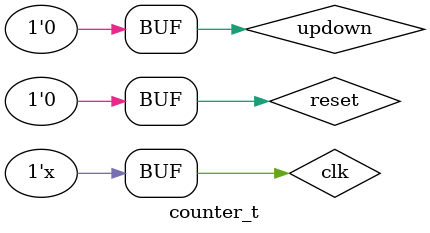
<source format=v>
module UpDown_counter (clk, reset, updown, pcount, alarm);
  input wire reset, updown, clk;
  output [3:0] pcount;
  output reg alarm; 
  reg [3:0] pcount;
  always @ (posedge clk, posedge reset)
  begin
    // If we reset we get the counter to 0 and the line is empty and not full
   if (reset)
      begin
      pcount <= 0;
      alarm <= 1'b0;
      end
	 else
	 begin
	  // If we chose up we increase the number of people and if it's full 
	  // we light the alarm up and not count up
    if (updown)
      begin
        if(pcount == 7)
        begin
          alarm <= 1'b1;
        end
        else
        begin
          alarm <= 1'b0;
          pcount <= pcount + 1;
        end
      end
    // If we chose down we decrease the number of people and if it's empty
    // we light the alarm and stop count down
	  else
	  begin
        if (pcount == 0)
        begin
          alarm  <= 1'b1;
        end
      else
        begin
          alarm <= 1'b0;
          pcount <= pcount - 1;
        end
    end
  end
  end
endmodule

module counter_t ();
  reg reset, updown, clk;
  wire [3:0] pcount; 
  wire alarm;
  initial
  begin 
  clk = 0;
  reset = 1;
  // Up
  #100; reset = 0; updown = 1; 
  #100; reset = 0; updown = 1; 
  #100; reset = 0; updown = 1; 
  #100; reset = 0; updown = 1; 
  #100; reset = 0; updown = 1; 
  #100; reset = 0; updown = 1; 
  #100; reset = 0; updown = 1;
  #100; reset = 0; updown = 1; 
  // Down   
  #100; reset = 0; updown = 0; 
  #100; reset = 0; updown = 0; 
  #100; reset = 0; updown = 0; 
  #100; reset = 0; updown = 0; 
  #100; reset = 0; updown = 0; 
  #100; reset = 0; updown = 0;
  #100; reset = 0; updown = 0; 
  #100; reset = 0; updown = 0; 
  end
  always 
  #50 clk = ~clk;
  UpDown_counter te(clk, reset, updown, pcount, alarm);
endmodule
</source>
